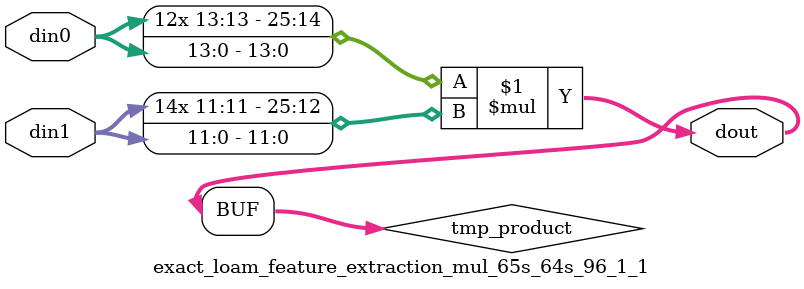
<source format=v>

`timescale 1 ns / 1 ps

 module exact_loam_feature_extraction_mul_65s_64s_96_1_1(din0, din1, dout);
parameter ID = 1;
parameter NUM_STAGE = 0;
parameter din0_WIDTH = 14;
parameter din1_WIDTH = 12;
parameter dout_WIDTH = 26;

input [din0_WIDTH - 1 : 0] din0; 
input [din1_WIDTH - 1 : 0] din1; 
output [dout_WIDTH - 1 : 0] dout;

wire signed [dout_WIDTH - 1 : 0] tmp_product;



























assign tmp_product = $signed(din0) * $signed(din1);








assign dout = tmp_product;





















endmodule

</source>
